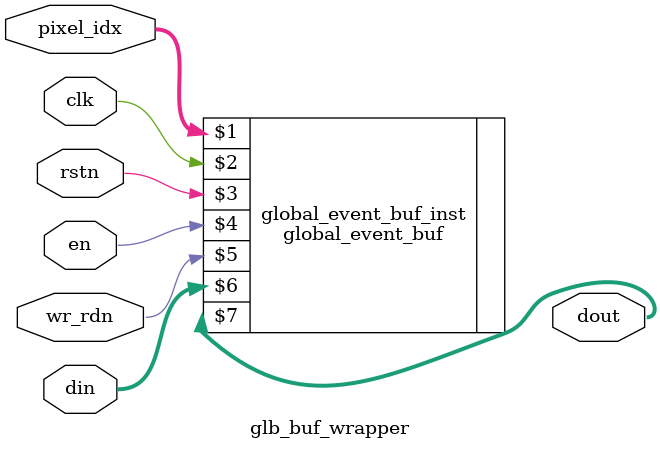
<source format=v>
/*
Copyright 2024 Yufeng Yang (CogSys Group)
SPDX-License-Identifier: Apache-2.0 WITH SHL-2.1

Licensed under the Solderpad Hardware License v 2.1 (the “License”);
you may not use this file except in compliance with the License, or,
at your option, the Apache License version 2.0.
You may obtain a copy of the License at

https://solderpad.org/licenses/SHL-2.1/

Unless required by applicable law or agreed to in writing,
any work distributed under the License is distributed on an “AS IS” BASIS,
WITHOUT WARRANTIES OR CONDITIONS OF ANY KIND, either express or implied.
See the License for the specific language governing permissions and limitations under the License.
*/
`timescale 1ns/1ns

module glb_buf_wrapper(
    input wire [$clog2(12000)-1:0] pixel_idx,
    input wire       clk,
    input wire       rstn,
    input wire       en,
    input wire       wr_rdn,  // 1 = write, 0 = read
    input wire [72-1:0]    din,
    output wire [16*72-1:0]    dout
);


    global_event_buf global_event_buf_inst(
        pixel_idx,
        clk,
        rstn,
        en,
        wr_rdn,
        din,
        dout
    );
endmodule
</source>
